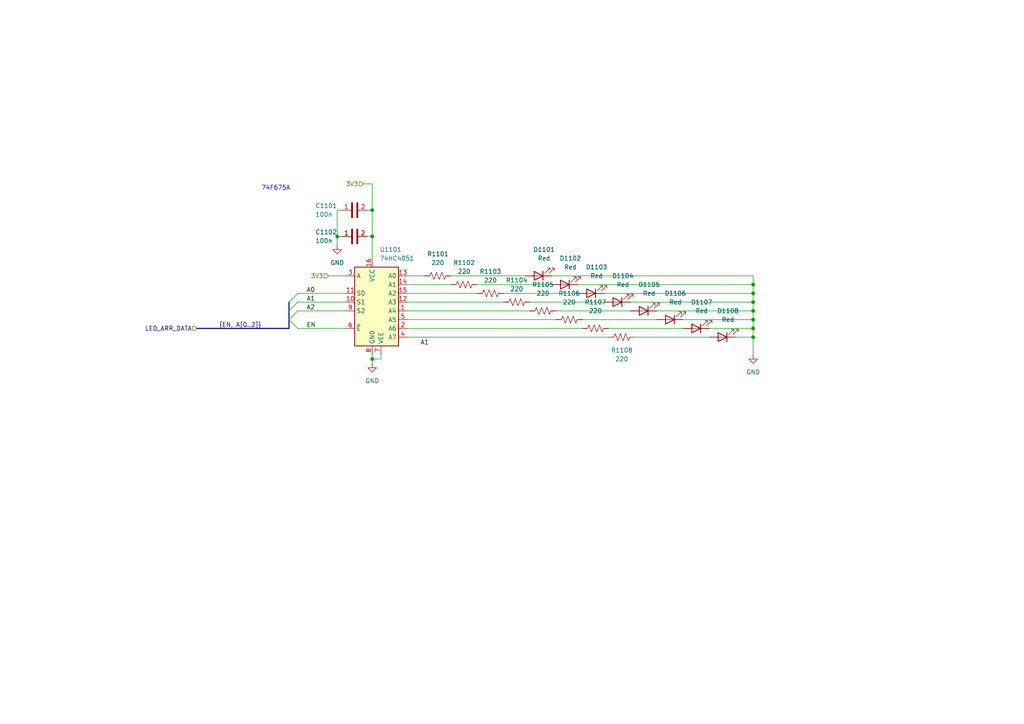
<source format=kicad_sch>
(kicad_sch (version 20250114) (generator "eeschema") (generator_version "9.0")
  (paper "A4")
  (lib_symbols
    (symbol "74xx:74HC4051"
      (property "Reference" "U" (at -5.08 11.43 0))
      (property "Value" "74HC4051" (at -7.62 -13.97 0))
      (symbol "74HC4051_0_1"
        (rectangle (start -5.08 10.16) (end 7.62 -12.7) (stroke (width 0.254)) (fill (type background)))
      )
      (symbol "74HC4051_1_1"
        (pin passive line (at -7.62 7.62 0) (length 2.54) (name "A") (number "3"))
        (pin input line (at -7.62 2.54 0) (length 2.54) (name "S0") (number "11"))
        (pin input line (at -7.62 0 0) (length 2.54) (name "S1") (number "10"))
        (pin input line (at -7.62 -2.54 0) (length 2.54) (name "S2") (number "9"))
        (pin input line (at -7.62 -7.62 0) (length 2.54) (name "~{E}") (number "6"))
        (pin power_in line (at 0 12.7 270) (length 2.54) (name "VCC") (number "16"))
        (pin power_in line (at 0 -15.24 90) (length 2.54) (name "GND") (number "8"))
        (pin power_in line (at 2.54 -15.24 90) (length 2.54) (name "VEE") (number "7"))
        (pin passive line (at 10.16 7.62 180) (length 2.54) (name "A0") (number "13"))
        (pin passive line (at 10.16 5.08 180) (length 2.54) (name "A1") (number "14"))
        (pin passive line (at 10.16 2.54 180) (length 2.54) (name "A2") (number "15"))
        (pin passive line (at 10.16 0 180) (length 2.54) (name "A3") (number "12"))
        (pin passive line (at 10.16 -2.54 180) (length 2.54) (name "A4") (number "1"))
        (pin passive line (at 10.16 -5.08 180) (length 2.54) (name "A5") (number "5"))
        (pin passive line (at 10.16 -7.62 180) (length 2.54) (name "A6") (number "2"))
        (pin passive line (at 10.16 -10.16 180) (length 2.54) (name "A7") (number "4"))
      )
    )
    (symbol "bfr_capacitors:CL05B104KB54PNC"
      (property "Reference" "C" (at 0 2.54 0))
      (property "Value" "100n" (at 1.27 2.54 0))
      (symbol "CL05B104KB54PNC_0_1"
        (polyline (pts (xy -2.032 0.762) (xy 2.032 0.762)) (stroke (width 0.508)))
        (polyline (pts (xy -2.032 -0.762) (xy 2.032 -0.762)) (stroke (width 0.508)))
      )
      (symbol "CL05B104KB54PNC_1_1"
        (pin passive line (at 0 3.81 270) (length 2.794) (name "~") (number "1"))
        (pin passive line (at 0 -3.81 90) (length 2.794) (name "~") (number "2"))
      )
    )
    (symbol "bfr_diodes:KT-0603R" (pin_numbers (hide yes)) (pin_names (offset 1.016) (hide yes)) (exclude_from_sim yes)
      (property "Reference" "D" (at 0 2.54 0))
      (property "Value" "Red" (at 0 -2.54 0))
      (symbol "KT-0603R_0_1"
        (polyline (pts (xy -3.048 -0.762) (xy -4.572 -2.286) (xy -3.81 -2.286) (xy -4.572 -2.286) (xy -4.572 -1.524)))
        (polyline (pts (xy -1.778 -0.762) (xy -3.302 -2.286) (xy -2.54 -2.286) (xy -3.302 -2.286) (xy -3.302 -1.524)))
        (polyline (pts (xy -1.27 0) (xy 1.27 0)))
        (polyline (pts (xy -1.27 -1.27) (xy -1.27 1.27)) (stroke (width 0.254)))
        (polyline (pts (xy 1.27 -1.27) (xy 1.27 1.27) (xy -1.27 0) (xy 1.27 -1.27)) (stroke (width 0.254)))
      )
      (symbol "KT-0603R_1_1"
        (pin passive line (at -3.81 0 0) (length 2.54) (name "K") (number "1"))
        (pin passive line (at 3.81 0 180) (length 2.54) (name "A") (number "2"))
      )
    )
    (symbol "bfr_resistors:RMCF0402FT220R" (pin_numbers (hide yes))
      (property "Reference" "R" (at 0 2.54 0))
      (property "Value" "220" (at 1.27 2.54 0))
      (symbol "RMCF0402FT220R_0_1"
        (polyline (pts (xy -2.286 0) (xy -2.54 0)))
        (polyline (pts (xy -2.286 0) (xy -1.905 1.016) (xy -1.524 0) (xy -1.143 -1.016) (xy -0.762 0)))
        (polyline (pts (xy -0.762 0) (xy -0.381 1.016) (xy 0 0) (xy 0.381 -1.016) (xy 0.762 0)))
        (polyline (pts (xy 0.762 0) (xy 1.143 1.016) (xy 1.524 0) (xy 1.905 -1.016) (xy 2.286 0)))
        (polyline (pts (xy 2.286 0) (xy 2.54 0)))
      )
      (symbol "RMCF0402FT220R_1_1"
        (pin passive line (at -3.81 0 0) (length 1.27) (name "~") (number "1"))
        (pin passive line (at 3.81 0 180) (length 1.27) (name "~") (number "2"))
      )
    )
    (symbol "power:GND" (power) (pin_numbers (hide yes)) (pin_names (offset 0) (hide yes))
      (property "Value" "GND" (at 0 -3.81 0))
      (symbol "GND_0_1"
        (polyline (pts (xy 0 0) (xy 0 -1.27) (xy 1.27 -1.27) (xy 0 -2.54) (xy -1.27 -1.27) (xy 0 -1.27)))
      )
      (symbol "GND_1_1"
        (pin power_in line (at 0 0 270) (length 0) (name "~") (number "1"))
      )
    )
  )
  (text "74F675A" (at 80.01 54.61 0) (effects (font (size 1.27 1.27))))
  (junction (at 107.95 60.96))
  (junction (at 218.44 97.79))
  (junction (at 97.79 68.58))
  (junction (at 107.95 104.14))
  (junction (at 218.44 90.17))
  (junction (at 218.44 87.63))
  (junction (at 218.44 82.55))
  (junction (at 218.44 85.09))
  (junction (at 218.44 95.25))
  (junction (at 107.95 68.58))
  (junction (at 218.44 92.71))
  (bus_entry (at 83.82 92.71) (size 2.54 -2.54))
  (bus_entry (at 83.82 92.71) (size 2.54 2.54))
  (bus_entry (at 83.82 90.17) (size 2.54 -2.54))
  (bus_entry (at 83.82 87.63) (size 2.54 -2.54))
  (wire (pts (xy 218.44 80.01) (xy 218.44 82.55)))
  (bus (pts (xy 57.15 95.25) (xy 83.82 95.25)))
  (wire (pts (xy 218.44 87.63) (xy 182.88 87.63)))
  (wire (pts (xy 86.36 87.63) (xy 100.33 87.63)))
  (wire (pts (xy 218.44 85.09) (xy 218.44 87.63)))
  (wire (pts (xy 138.43 82.55) (xy 160.02 82.55)))
  (wire (pts (xy 95.25 80.01) (xy 100.33 80.01)))
  (wire (pts (xy 106.68 60.96) (xy 107.95 60.96)))
  (wire (pts (xy 105.41 53.34) (xy 107.95 53.34)))
  (wire (pts (xy 184.15 97.79) (xy 205.74 97.79)))
  (wire (pts (xy 118.11 97.79) (xy 176.53 97.79)))
  (wire (pts (xy 175.26 85.09) (xy 218.44 85.09)))
  (wire (pts (xy 110.49 104.14) (xy 107.95 104.14)))
  (wire (pts (xy 153.67 87.63) (xy 175.26 87.63)))
  (wire (pts (xy 97.79 68.58) (xy 99.06 68.58)))
  (wire (pts (xy 218.44 97.79) (xy 218.44 102.87)))
  (wire (pts (xy 97.79 60.96) (xy 97.79 68.58)))
  (wire (pts (xy 130.81 80.01) (xy 152.4 80.01)))
  (wire (pts (xy 118.11 85.09) (xy 138.43 85.09)))
  (wire (pts (xy 86.36 85.09) (xy 100.33 85.09)))
  (wire (pts (xy 218.44 82.55) (xy 218.44 85.09)))
  (wire (pts (xy 118.11 92.6875) (xy 118.11 92.71)))
  (wire (pts (xy 218.44 87.63) (xy 218.44 90.17)))
  (wire (pts (xy 118.11 92.6875) (xy 161.29 92.6875)))
  (wire (pts (xy 146.05 85.09) (xy 167.64 85.09)))
  (wire (pts (xy 118.11 90.17) (xy 153.67 90.17)))
  (wire (pts (xy 99.06 60.96) (xy 97.79 60.96)))
  (wire (pts (xy 118.11 82.55) (xy 130.81 82.55)))
  (wire (pts (xy 161.29 90.17) (xy 182.88 90.17)))
  (wire (pts (xy 107.95 53.34) (xy 107.95 60.96)))
  (wire (pts (xy 176.53 95.25) (xy 198.12 95.25)))
  (wire (pts (xy 218.44 80.01) (xy 160.02 80.01)))
  (wire (pts (xy 213.36 97.79) (xy 218.44 97.79)))
  (wire (pts (xy 218.44 92.71) (xy 198.12 92.71)))
  (wire (pts (xy 107.95 60.96) (xy 107.95 68.58)))
  (wire (pts (xy 107.95 104.14) (xy 107.95 102.87)))
  (wire (pts (xy 107.95 68.58) (xy 107.95 74.93)))
  (wire (pts (xy 218.44 95.25) (xy 205.74 95.25)))
  (bus (pts (xy 83.82 90.17) (xy 83.82 92.71)))
  (wire (pts (xy 86.36 90.17) (xy 100.33 90.17)))
  (wire (pts (xy 218.44 90.17) (xy 190.5 90.17)))
  (wire (pts (xy 218.44 82.55) (xy 167.64 82.55)))
  (wire (pts (xy 218.44 92.71) (xy 218.44 95.25)))
  (wire (pts (xy 161.29 92.6875) (xy 161.29 92.71)))
  (wire (pts (xy 218.44 90.17) (xy 218.44 92.71)))
  (wire (pts (xy 107.95 105.41) (xy 107.95 104.14)))
  (wire (pts (xy 110.49 102.87) (xy 110.49 104.14)))
  (wire (pts (xy 86.36 95.25) (xy 100.33 95.25)))
  (wire (pts (xy 218.44 95.25) (xy 218.44 97.79)))
  (wire (pts (xy 118.11 95.25) (xy 168.91 95.25)))
  (wire (pts (xy 97.79 68.58) (xy 97.79 71.12)))
  (bus (pts (xy 83.82 92.71) (xy 83.82 95.25)))
  (wire (pts (xy 168.91 92.71) (xy 190.5 92.71)))
  (wire (pts (xy 123.19 80.01) (xy 118.11 80.01)))
  (wire (pts (xy 106.68 68.58) (xy 107.95 68.58)))
  (bus (pts (xy 83.82 87.63) (xy 83.82 90.17)))
  (wire (pts (xy 118.11 87.63) (xy 146.05 87.63)))
  (label "A0" (at 88.9 85.09 0))
  (label "A2" (at 88.9 90.17 0))
  (label "A1" (at 88.9 87.63 0))
  (label "{EN, A[0..2]}" (at 63.5 95.25 0))
  (label "A1" (at 121.92 100.33 0))
  (label "EN" (at 88.9 95.25 0))
  (hierarchical_label "3V3" (shape input) (at 105.41 53.34 180))
  (hierarchical_label "LED_ARR_DATA" (shape input) (at 57.15 95.25 180))
  (hierarchical_label "3V3" (shape input) (at 95.25 80.01 180))
  (symbol (lib_id "power:GND") (at 218.44 102.87 0) (unit 1)
    (property "Reference" "#PWR01103" (effects (hide yes)))
    (property "Value" "GND" (at 218.44 107.95 0))
    (property "Description" "Power symbol creates a global label with name \"GND\" , ground" (effects (hide yes)))
  )
  (symbol (lib_id "bfr_diodes:KT-0603R") (at 171.45 85.09 180) (unit 1) (exclude_from_sim yes)
    (property "Reference" "D1103" (at 173.0375 77.47 0))
    (property "Value" "Red" (at 173.0375 80.01 0))
    (property "Footprint" "Diode_SMD:D_0603_1608Metric_Pad1.05x0.95mm_HandSolder" (effects (hide yes)))
    (property "Datasheet" "https://www.lcsc.com/datasheet/lcsc_datasheet_1810231112_Hubei-KENTO-Elec-KT-0603R_C2286.pdf" (effects (hide yes)))
    (property "Description" "20mA 2.05V Red 0603 JLCPCB Basic LED" (effects (hide yes)))
    (property "Order From" "LCSC" (effects (hide yes)))
    (property "Digikey P/N" "475-LRQ976.01-P2R2-1CT-ND" (effects (hide yes)))
    (property "Mouser P/N" "720-LRQ976.01" (effects (hide yes)))
    (property "LCSC P/N" "C2286" (effects (hide yes)))
    (property "JLCPCB Basic Part" "Yes" (effects (hide yes)))
    (property "Created by" "Manual entry" (effects (hide yes)))
    (property "Pretty Name" "Red 0603 LED" (effects (hide yes)))
  )
  (symbol (lib_id "bfr_resistors:RMCF0402FT220R") (at 134.62 82.55 0) (unit 1)
    (property "Reference" "R1102" (at 134.62 76.2 0))
    (property "Value" "220" (at 134.62 78.74 0))
    (property "Footprint" "Resistor_SMD:R_0402_1005Metric_Pad0.72x0.64mm_HandSolder" (effects (hide yes)))
    (property "Datasheet" "https://www.seielect.com/catalog/sei-rmcf_rmcp.pdf" (effects (hide yes)))
    (property "Description" "220Ω 0402 JLCPCB Basic Resistor" (effects (hide yes)))
    (property "Sim.Device" "SUBCKT" (effects (hide yes)))
    (property "Sim.Pins" "1=P1 2=P2" (effects (hide yes)))
    (property "Sim.Library" "${BFRUH_DIR}/Electronics/spice_models/bfr_resistors/RMCF0402FT220R.lib" (effects (hide yes)))
    (property "Sim.Name" "RMCF0402FT220R" (effects (hide yes)))
    (property "Pretty Name" "220Ω 0402 Resistor" (effects (hide yes)))
    (property "Order From" "LCSC" (effects (hide yes)))
    (property "Digikey P/N" "RMCF0402FT220RCT-ND" (effects (hide yes)))
    (property "Mouser P/N" "708-RMCF0402FT220R" (effects (hide yes)))
    (property "LCSC P/N" "C25091" (effects (hide yes)))
    (property "JLCPCB Basic Part" "Yes" (effects (hide yes)))
    (property "Created by" "resistor_generator.py script using jlcbasic_0402_1206_resistor_spec.txt" (effects (hide yes)))
  )
  (symbol (lib_id "bfr_capacitors:CL05B104KB54PNC") (at 102.87 60.96 90) (unit 1)
    (property "Reference" "C1101" (at 91.44 59.69 90) (effects (justify right)))
    (property "Value" "100n" (at 91.44 62.23 90) (effects (justify right)))
    (property "Footprint" "Capacitor_SMD:C_0402_1005Metric_Pad0.74x0.62mm_HandSolder" (effects (hide yes)))
    (property "Description" "100nF±10% X7R 50V JLCPCB Basic 0402 Capacitor" (effects (hide yes)))
    (property "Sim.Device" "SUBCKT" (effects (hide yes)))
    (property "Sim.Pins" "1=P1 2=P2" (effects (hide yes)))
    (property "Sim.Library" "${BFRUH_DIR}/Electronics/spice_models/bfr_capacitors/CL05B104KB54PNC.lib" (effects (hide yes)))
    (property "Sim.Name" "CL05B104KB54PNC" (effects (hide yes)))
    (property "Pretty Name" "100nF X7R 50V 0402 Capacitor" (effects (hide yes)))
    (property "Order From" "LCSC" (effects (hide yes)))
    (property "LCSC P/N" "C307331" (effects (hide yes)))
    (property "JLCPCB Basic Part" "Yes" (effects (hide yes)))
    (property "Created by" "capacitor_generator.py script using jlcbasic_additional_capacitor_spec.txt" (effects (hide yes)))
  )
  (symbol (lib_id "bfr_diodes:KT-0603R") (at 163.83 82.55 180) (unit 1) (exclude_from_sim yes)
    (property "Reference" "D1102" (at 165.4175 74.93 0))
    (property "Value" "Red" (at 165.4175 77.47 0))
    (property "Footprint" "Diode_SMD:D_0603_1608Metric_Pad1.05x0.95mm_HandSolder" (effects (hide yes)))
    (property "Datasheet" "https://www.lcsc.com/datasheet/lcsc_datasheet_1810231112_Hubei-KENTO-Elec-KT-0603R_C2286.pdf" (effects (hide yes)))
    (property "Description" "20mA 2.05V Red 0603 JLCPCB Basic LED" (effects (hide yes)))
    (property "Order From" "LCSC" (effects (hide yes)))
    (property "Digikey P/N" "475-LRQ976.01-P2R2-1CT-ND" (effects (hide yes)))
    (property "Mouser P/N" "720-LRQ976.01" (effects (hide yes)))
    (property "LCSC P/N" "C2286" (effects (hide yes)))
    (property "JLCPCB Basic Part" "Yes" (effects (hide yes)))
    (property "Created by" "Manual entry" (effects (hide yes)))
    (property "Pretty Name" "Red 0603 LED" (effects (hide yes)))
  )
  (symbol (lib_id "bfr_diodes:KT-0603R") (at 209.55 97.79 180) (unit 1) (exclude_from_sim yes)
    (property "Reference" "D1108" (at 211.1375 90.17 0))
    (property "Value" "Red" (at 211.1375 92.71 0))
    (property "Footprint" "Diode_SMD:D_0603_1608Metric_Pad1.05x0.95mm_HandSolder" (effects (hide yes)))
    (property "Datasheet" "https://www.lcsc.com/datasheet/lcsc_datasheet_1810231112_Hubei-KENTO-Elec-KT-0603R_C2286.pdf" (effects (hide yes)))
    (property "Description" "20mA 2.05V Red 0603 JLCPCB Basic LED" (effects (hide yes)))
    (property "Order From" "LCSC" (effects (hide yes)))
    (property "Digikey P/N" "475-LRQ976.01-P2R2-1CT-ND" (effects (hide yes)))
    (property "Mouser P/N" "720-LRQ976.01" (effects (hide yes)))
    (property "LCSC P/N" "C2286" (effects (hide yes)))
    (property "JLCPCB Basic Part" "Yes" (effects (hide yes)))
    (property "Created by" "Manual entry" (effects (hide yes)))
    (property "Pretty Name" "Red 0603 LED" (effects (hide yes)))
  )
  (symbol (lib_id "bfr_diodes:KT-0603R") (at 156.21 80.01 180) (unit 1) (exclude_from_sim yes)
    (property "Reference" "D1101" (at 157.7975 72.39 0))
    (property "Value" "Red" (at 157.7975 74.93 0))
    (property "Footprint" "Diode_SMD:D_0603_1608Metric_Pad1.05x0.95mm_HandSolder" (effects (hide yes)))
    (property "Datasheet" "https://www.lcsc.com/datasheet/lcsc_datasheet_1810231112_Hubei-KENTO-Elec-KT-0603R_C2286.pdf" (effects (hide yes)))
    (property "Description" "20mA 2.05V Red 0603 JLCPCB Basic LED" (effects (hide yes)))
    (property "Order From" "LCSC" (effects (hide yes)))
    (property "Digikey P/N" "475-LRQ976.01-P2R2-1CT-ND" (effects (hide yes)))
    (property "Mouser P/N" "720-LRQ976.01" (effects (hide yes)))
    (property "LCSC P/N" "C2286" (effects (hide yes)))
    (property "JLCPCB Basic Part" "Yes" (effects (hide yes)))
    (property "Created by" "Manual entry" (effects (hide yes)))
    (property "Pretty Name" "Red 0603 LED" (effects (hide yes)))
  )
  (symbol (lib_id "bfr_resistors:RMCF0402FT220R") (at 157.48 90.17 0) (unit 1)
    (property "Reference" "R1105" (at 157.48 82.55 0))
    (property "Value" "220" (at 157.48 85.09 0))
    (property "Footprint" "Resistor_SMD:R_0402_1005Metric_Pad0.72x0.64mm_HandSolder" (effects (hide yes)))
    (property "Datasheet" "https://www.seielect.com/catalog/sei-rmcf_rmcp.pdf" (effects (hide yes)))
    (property "Description" "220Ω 0402 JLCPCB Basic Resistor" (effects (hide yes)))
    (property "Sim.Device" "SUBCKT" (effects (hide yes)))
    (property "Sim.Pins" "1=P1 2=P2" (effects (hide yes)))
    (property "Sim.Library" "${BFRUH_DIR}/Electronics/spice_models/bfr_resistors/RMCF0402FT220R.lib" (effects (hide yes)))
    (property "Sim.Name" "RMCF0402FT220R" (effects (hide yes)))
    (property "Pretty Name" "220Ω 0402 Resistor" (effects (hide yes)))
    (property "Order From" "LCSC" (effects (hide yes)))
    (property "Digikey P/N" "RMCF0402FT220RCT-ND" (effects (hide yes)))
    (property "Mouser P/N" "708-RMCF0402FT220R" (effects (hide yes)))
    (property "LCSC P/N" "C25091" (effects (hide yes)))
    (property "JLCPCB Basic Part" "Yes" (effects (hide yes)))
    (property "Created by" "resistor_generator.py script using jlcbasic_0402_1206_resistor_spec.txt" (effects (hide yes)))
  )
  (symbol (lib_id "bfr_resistors:RMCF0402FT220R") (at 127 80.01 0) (unit 1)
    (property "Reference" "R1101" (at 127 73.66 0))
    (property "Value" "220" (at 127 76.2 0))
    (property "Footprint" "Resistor_SMD:R_0402_1005Metric_Pad0.72x0.64mm_HandSolder" (effects (hide yes)))
    (property "Datasheet" "https://www.seielect.com/catalog/sei-rmcf_rmcp.pdf" (effects (hide yes)))
    (property "Description" "220Ω 0402 JLCPCB Basic Resistor" (effects (hide yes)))
    (property "Sim.Device" "SUBCKT" (effects (hide yes)))
    (property "Sim.Pins" "1=P1 2=P2" (effects (hide yes)))
    (property "Sim.Library" "${BFRUH_DIR}/Electronics/spice_models/bfr_resistors/RMCF0402FT220R.lib" (effects (hide yes)))
    (property "Sim.Name" "RMCF0402FT220R" (effects (hide yes)))
    (property "Pretty Name" "220Ω 0402 Resistor" (effects (hide yes)))
    (property "Order From" "LCSC" (effects (hide yes)))
    (property "Digikey P/N" "RMCF0402FT220RCT-ND" (effects (hide yes)))
    (property "Mouser P/N" "708-RMCF0402FT220R" (effects (hide yes)))
    (property "LCSC P/N" "C25091" (effects (hide yes)))
    (property "JLCPCB Basic Part" "Yes" (effects (hide yes)))
    (property "Created by" "resistor_generator.py script using jlcbasic_0402_1206_resistor_spec.txt" (effects (hide yes)))
  )
  (symbol (lib_id "bfr_diodes:KT-0603R") (at 186.69 90.17 180) (unit 1) (exclude_from_sim yes)
    (property "Reference" "D1105" (at 188.2775 82.55 0))
    (property "Value" "Red" (at 188.2775 85.09 0))
    (property "Footprint" "Diode_SMD:D_0603_1608Metric_Pad1.05x0.95mm_HandSolder" (effects (hide yes)))
    (property "Datasheet" "https://www.lcsc.com/datasheet/lcsc_datasheet_1810231112_Hubei-KENTO-Elec-KT-0603R_C2286.pdf" (effects (hide yes)))
    (property "Description" "20mA 2.05V Red 0603 JLCPCB Basic LED" (effects (hide yes)))
    (property "Order From" "LCSC" (effects (hide yes)))
    (property "Digikey P/N" "475-LRQ976.01-P2R2-1CT-ND" (effects (hide yes)))
    (property "Mouser P/N" "720-LRQ976.01" (effects (hide yes)))
    (property "LCSC P/N" "C2286" (effects (hide yes)))
    (property "JLCPCB Basic Part" "Yes" (effects (hide yes)))
    (property "Created by" "Manual entry" (effects (hide yes)))
    (property "Pretty Name" "Red 0603 LED" (effects (hide yes)))
  )
  (symbol (lib_id "bfr_diodes:KT-0603R") (at 201.93 95.25 180) (unit 1) (exclude_from_sim yes)
    (property "Reference" "D1107" (at 203.5175 87.63 0))
    (property "Value" "Red" (at 203.5175 90.17 0))
    (property "Footprint" "Diode_SMD:D_0603_1608Metric_Pad1.05x0.95mm_HandSolder" (effects (hide yes)))
    (property "Datasheet" "https://www.lcsc.com/datasheet/lcsc_datasheet_1810231112_Hubei-KENTO-Elec-KT-0603R_C2286.pdf" (effects (hide yes)))
    (property "Description" "20mA 2.05V Red 0603 JLCPCB Basic LED" (effects (hide yes)))
    (property "Order From" "LCSC" (effects (hide yes)))
    (property "Digikey P/N" "475-LRQ976.01-P2R2-1CT-ND" (effects (hide yes)))
    (property "Mouser P/N" "720-LRQ976.01" (effects (hide yes)))
    (property "LCSC P/N" "C2286" (effects (hide yes)))
    (property "JLCPCB Basic Part" "Yes" (effects (hide yes)))
    (property "Created by" "Manual entry" (effects (hide yes)))
    (property "Pretty Name" "Red 0603 LED" (effects (hide yes)))
  )
  (symbol (lib_id "bfr_diodes:KT-0603R") (at 179.07 87.63 180) (unit 1) (exclude_from_sim yes)
    (property "Reference" "D1104" (at 180.6575 80.01 0))
    (property "Value" "Red" (at 180.6575 82.55 0))
    (property "Footprint" "Diode_SMD:D_0603_1608Metric_Pad1.05x0.95mm_HandSolder" (effects (hide yes)))
    (property "Datasheet" "https://www.lcsc.com/datasheet/lcsc_datasheet_1810231112_Hubei-KENTO-Elec-KT-0603R_C2286.pdf" (effects (hide yes)))
    (property "Description" "20mA 2.05V Red 0603 JLCPCB Basic LED" (effects (hide yes)))
    (property "Order From" "LCSC" (effects (hide yes)))
    (property "Digikey P/N" "475-LRQ976.01-P2R2-1CT-ND" (effects (hide yes)))
    (property "Mouser P/N" "720-LRQ976.01" (effects (hide yes)))
    (property "LCSC P/N" "C2286" (effects (hide yes)))
    (property "JLCPCB Basic Part" "Yes" (effects (hide yes)))
    (property "Created by" "Manual entry" (effects (hide yes)))
    (property "Pretty Name" "Red 0603 LED" (effects (hide yes)))
  )
  (symbol (lib_id "74xx:74HC4051") (at 107.95 87.63 0) (unit 1)
    (property "Reference" "U1101" (at 110.0933 72.39 0) (effects (justify left)))
    (property "Value" "74HC4051" (at 110.0933 74.93 0) (effects (justify left)))
    (property "Footprint" "Package_SO:TSSOP-16_4.4x5mm_P0.65mm" (effects (hide yes)))
    (property "Datasheet" "http://www.ti.com/lit/ds/symlink/cd74hc4051.pdf" (effects (hide yes)))
    (property "Description" "8-channel analog multiplexer/demultiplexer, DIP-16/SOIC-16/TSSOP-16" (effects (hide yes)))
  )
  (symbol (lib_id "bfr_resistors:RMCF0402FT220R") (at 149.86 87.63 0) (unit 1)
    (property "Reference" "R1104" (at 149.86 81.28 0))
    (property "Value" "220" (at 149.86 83.82 0))
    (property "Footprint" "Resistor_SMD:R_0402_1005Metric_Pad0.72x0.64mm_HandSolder" (effects (hide yes)))
    (property "Datasheet" "https://www.seielect.com/catalog/sei-rmcf_rmcp.pdf" (effects (hide yes)))
    (property "Description" "220Ω 0402 JLCPCB Basic Resistor" (effects (hide yes)))
    (property "Sim.Device" "SUBCKT" (effects (hide yes)))
    (property "Sim.Pins" "1=P1 2=P2" (effects (hide yes)))
    (property "Sim.Library" "${BFRUH_DIR}/Electronics/spice_models/bfr_resistors/RMCF0402FT220R.lib" (effects (hide yes)))
    (property "Sim.Name" "RMCF0402FT220R" (effects (hide yes)))
    (property "Pretty Name" "220Ω 0402 Resistor" (effects (hide yes)))
    (property "Order From" "LCSC" (effects (hide yes)))
    (property "Digikey P/N" "RMCF0402FT220RCT-ND" (effects (hide yes)))
    (property "Mouser P/N" "708-RMCF0402FT220R" (effects (hide yes)))
    (property "LCSC P/N" "C25091" (effects (hide yes)))
    (property "JLCPCB Basic Part" "Yes" (effects (hide yes)))
    (property "Created by" "resistor_generator.py script using jlcbasic_0402_1206_resistor_spec.txt" (effects (hide yes)))
  )
  (symbol (lib_id "bfr_resistors:RMCF0402FT220R") (at 180.34 97.79 0) (unit 1)
    (property "Reference" "R1108" (at 180.34 101.6 0))
    (property "Value" "220" (at 180.34 104.14 0))
    (property "Footprint" "Resistor_SMD:R_0402_1005Metric_Pad0.72x0.64mm_HandSolder" (effects (hide yes)))
    (property "Datasheet" "https://www.seielect.com/catalog/sei-rmcf_rmcp.pdf" (effects (hide yes)))
    (property "Description" "220Ω 0402 JLCPCB Basic Resistor" (effects (hide yes)))
    (property "Sim.Device" "SUBCKT" (effects (hide yes)))
    (property "Sim.Pins" "1=P1 2=P2" (effects (hide yes)))
    (property "Sim.Library" "${BFRUH_DIR}/Electronics/spice_models/bfr_resistors/RMCF0402FT220R.lib" (effects (hide yes)))
    (property "Sim.Name" "RMCF0402FT220R" (effects (hide yes)))
    (property "Pretty Name" "220Ω 0402 Resistor" (effects (hide yes)))
    (property "Order From" "LCSC" (effects (hide yes)))
    (property "Digikey P/N" "RMCF0402FT220RCT-ND" (effects (hide yes)))
    (property "Mouser P/N" "708-RMCF0402FT220R" (effects (hide yes)))
    (property "LCSC P/N" "C25091" (effects (hide yes)))
    (property "JLCPCB Basic Part" "Yes" (effects (hide yes)))
    (property "Created by" "resistor_generator.py script using jlcbasic_0402_1206_resistor_spec.txt" (effects (hide yes)))
  )
  (symbol (lib_id "power:GND") (at 107.95 105.41 0) (unit 1)
    (property "Reference" "#PWR01102" (effects (hide yes)))
    (property "Value" "GND" (at 107.95 110.49 0))
    (property "Description" "Power symbol creates a global label with name \"GND\" , ground" (effects (hide yes)))
  )
  (symbol (lib_id "bfr_diodes:KT-0603R") (at 194.31 92.71 180) (unit 1) (exclude_from_sim yes)
    (property "Reference" "D1106" (at 195.8975 85.09 0))
    (property "Value" "Red" (at 195.8975 87.63 0))
    (property "Footprint" "Diode_SMD:D_0603_1608Metric_Pad1.05x0.95mm_HandSolder" (effects (hide yes)))
    (property "Datasheet" "https://www.lcsc.com/datasheet/lcsc_datasheet_1810231112_Hubei-KENTO-Elec-KT-0603R_C2286.pdf" (effects (hide yes)))
    (property "Description" "20mA 2.05V Red 0603 JLCPCB Basic LED" (effects (hide yes)))
    (property "Order From" "LCSC" (effects (hide yes)))
    (property "Digikey P/N" "475-LRQ976.01-P2R2-1CT-ND" (effects (hide yes)))
    (property "Mouser P/N" "720-LRQ976.01" (effects (hide yes)))
    (property "LCSC P/N" "C2286" (effects (hide yes)))
    (property "JLCPCB Basic Part" "Yes" (effects (hide yes)))
    (property "Created by" "Manual entry" (effects (hide yes)))
    (property "Pretty Name" "Red 0603 LED" (effects (hide yes)))
  )
  (symbol (lib_id "power:GND") (at 97.79 71.12 0) (unit 1)
    (property "Reference" "#PWR01101" (effects (hide yes)))
    (property "Value" "GND" (at 97.79 76.2 0))
    (property "Description" "Power symbol creates a global label with name \"GND\" , ground" (effects (hide yes)))
  )
  (symbol (lib_id "bfr_capacitors:CL05B104KB54PNC") (at 102.87 68.58 90) (unit 1)
    (property "Reference" "C1102" (at 91.44 67.31 90) (effects (justify right)))
    (property "Value" "100n" (at 91.44 69.85 90) (effects (justify right)))
    (property "Footprint" "Capacitor_SMD:C_0402_1005Metric_Pad0.74x0.62mm_HandSolder" (effects (hide yes)))
    (property "Description" "100nF±10% X7R 50V JLCPCB Basic 0402 Capacitor" (effects (hide yes)))
    (property "Sim.Device" "SUBCKT" (effects (hide yes)))
    (property "Sim.Pins" "1=P1 2=P2" (effects (hide yes)))
    (property "Sim.Library" "${BFRUH_DIR}/Electronics/spice_models/bfr_capacitors/CL05B104KB54PNC.lib" (effects (hide yes)))
    (property "Sim.Name" "CL05B104KB54PNC" (effects (hide yes)))
    (property "Pretty Name" "100nF X7R 50V 0402 Capacitor" (effects (hide yes)))
    (property "Order From" "LCSC" (effects (hide yes)))
    (property "LCSC P/N" "C307331" (effects (hide yes)))
    (property "JLCPCB Basic Part" "Yes" (effects (hide yes)))
    (property "Created by" "capacitor_generator.py script using jlcbasic_additional_capacitor_spec.txt" (effects (hide yes)))
  )
  (symbol (lib_id "bfr_resistors:RMCF0402FT220R") (at 172.72 95.25 0) (unit 1)
    (property "Reference" "R1107" (at 172.72 87.63 0))
    (property "Value" "220" (at 172.72 90.17 0))
    (property "Footprint" "Resistor_SMD:R_0402_1005Metric_Pad0.72x0.64mm_HandSolder" (effects (hide yes)))
    (property "Datasheet" "https://www.seielect.com/catalog/sei-rmcf_rmcp.pdf" (effects (hide yes)))
    (property "Description" "220Ω 0402 JLCPCB Basic Resistor" (effects (hide yes)))
    (property "Sim.Device" "SUBCKT" (effects (hide yes)))
    (property "Sim.Pins" "1=P1 2=P2" (effects (hide yes)))
    (property "Sim.Library" "${BFRUH_DIR}/Electronics/spice_models/bfr_resistors/RMCF0402FT220R.lib" (effects (hide yes)))
    (property "Sim.Name" "RMCF0402FT220R" (effects (hide yes)))
    (property "Pretty Name" "220Ω 0402 Resistor" (effects (hide yes)))
    (property "Order From" "LCSC" (effects (hide yes)))
    (property "Digikey P/N" "RMCF0402FT220RCT-ND" (effects (hide yes)))
    (property "Mouser P/N" "708-RMCF0402FT220R" (effects (hide yes)))
    (property "LCSC P/N" "C25091" (effects (hide yes)))
    (property "JLCPCB Basic Part" "Yes" (effects (hide yes)))
    (property "Created by" "resistor_generator.py script using jlcbasic_0402_1206_resistor_spec.txt" (effects (hide yes)))
  )
  (symbol (lib_id "bfr_resistors:RMCF0402FT220R") (at 142.24 85.09 0) (unit 1)
    (property "Reference" "R1103" (at 142.24 78.74 0))
    (property "Value" "220" (at 142.24 81.28 0))
    (property "Footprint" "Resistor_SMD:R_0402_1005Metric_Pad0.72x0.64mm_HandSolder" (effects (hide yes)))
    (property "Datasheet" "https://www.seielect.com/catalog/sei-rmcf_rmcp.pdf" (effects (hide yes)))
    (property "Description" "220Ω 0402 JLCPCB Basic Resistor" (effects (hide yes)))
    (property "Sim.Device" "SUBCKT" (effects (hide yes)))
    (property "Sim.Pins" "1=P1 2=P2" (effects (hide yes)))
    (property "Sim.Library" "${BFRUH_DIR}/Electronics/spice_models/bfr_resistors/RMCF0402FT220R.lib" (effects (hide yes)))
    (property "Sim.Name" "RMCF0402FT220R" (effects (hide yes)))
    (property "Pretty Name" "220Ω 0402 Resistor" (effects (hide yes)))
    (property "Order From" "LCSC" (effects (hide yes)))
    (property "Digikey P/N" "RMCF0402FT220RCT-ND" (effects (hide yes)))
    (property "Mouser P/N" "708-RMCF0402FT220R" (effects (hide yes)))
    (property "LCSC P/N" "C25091" (effects (hide yes)))
    (property "JLCPCB Basic Part" "Yes" (effects (hide yes)))
    (property "Created by" "resistor_generator.py script using jlcbasic_0402_1206_resistor_spec.txt" (effects (hide yes)))
  )
  (symbol (lib_id "bfr_resistors:RMCF0402FT220R") (at 165.1 92.71 0) (unit 1)
    (property "Reference" "R1106" (at 165.1 85.09 0))
    (property "Value" "220" (at 165.1 87.63 0))
    (property "Footprint" "Resistor_SMD:R_0402_1005Metric_Pad0.72x0.64mm_HandSolder" (effects (hide yes)))
    (property "Datasheet" "https://www.seielect.com/catalog/sei-rmcf_rmcp.pdf" (effects (hide yes)))
    (property "Description" "220Ω 0402 JLCPCB Basic Resistor" (effects (hide yes)))
    (property "Sim.Device" "SUBCKT" (effects (hide yes)))
    (property "Sim.Pins" "1=P1 2=P2" (effects (hide yes)))
    (property "Sim.Library" "${BFRUH_DIR}/Electronics/spice_models/bfr_resistors/RMCF0402FT220R.lib" (effects (hide yes)))
    (property "Sim.Name" "RMCF0402FT220R" (effects (hide yes)))
    (property "Pretty Name" "220Ω 0402 Resistor" (effects (hide yes)))
    (property "Order From" "LCSC" (effects (hide yes)))
    (property "Digikey P/N" "RMCF0402FT220RCT-ND" (effects (hide yes)))
    (property "Mouser P/N" "708-RMCF0402FT220R" (effects (hide yes)))
    (property "LCSC P/N" "C25091" (effects (hide yes)))
    (property "JLCPCB Basic Part" "Yes" (effects (hide yes)))
    (property "Created by" "resistor_generator.py script using jlcbasic_0402_1206_resistor_spec.txt" (effects (hide yes)))
  )
)
</source>
